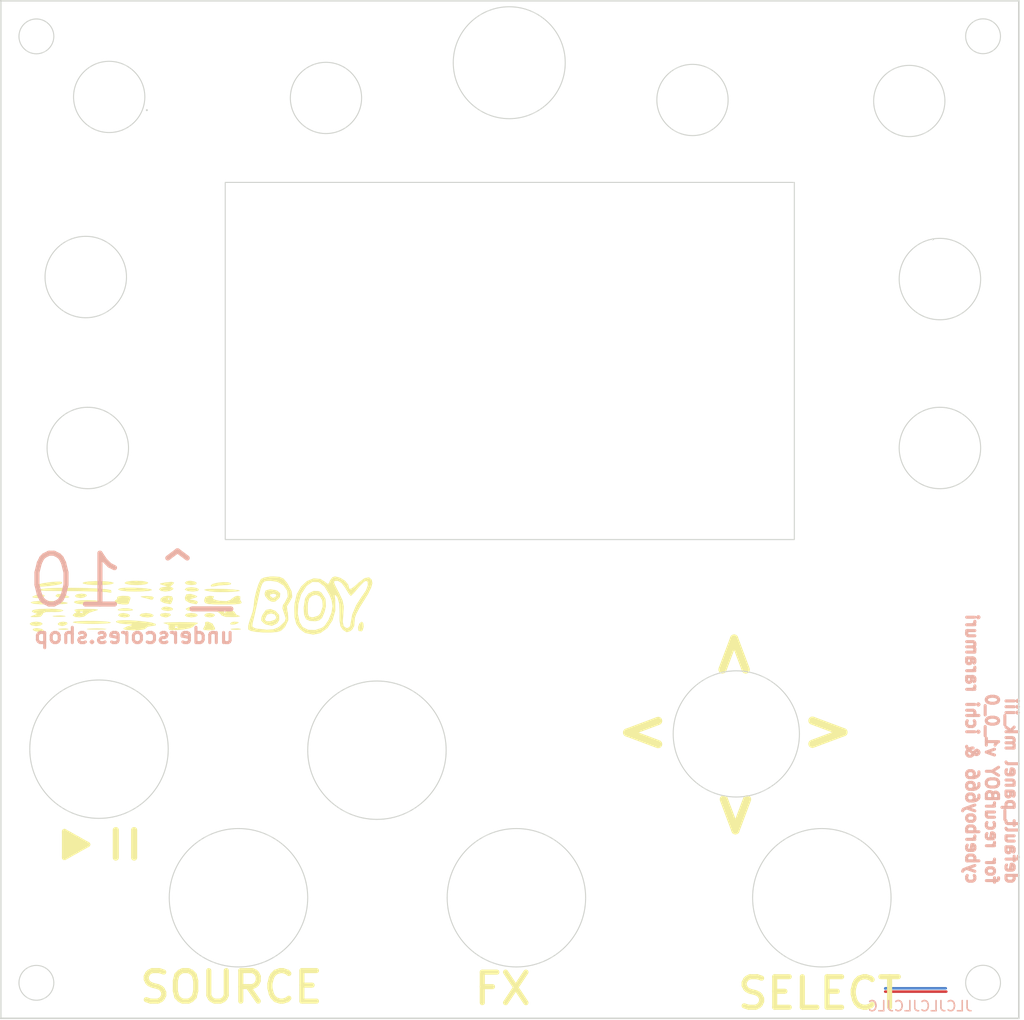
<source format=kicad_pcb>
(kicad_pcb (version 20240108) (generator "pcbnew") (generator_version "8.0")
  (layers (0 "F.Cu" signal) (31 "B.Cu" signal) (34 "B.Paste" user) (35 "F.Paste" user) (36 "B.SilkS" user "B.Silkscreen") (37 "F.SilkS" user "F.Silkscreen") (38 "B.Mask" user) (39 "F.Mask" user) (44 "Edge.Cuts" user))
  (net 0 "")
  (footprint "custom_new:logo" (layer "F.Cu") (at 101.85 104.5)
    (property "Reference" "G***" (hide yes))
    (property "Value" "LOGO" (hide yes))
    (fp_poly (pts (xy -16.188091 1.980744) (xy -15.981704 2.115257) (xy -16.055147 2.256906) (xy -16.409451 2.279358) (xy -16.862012 2.188968) (xy -17.068563 2.069101) (xy -16.969078 1.947547) (xy -16.640817 1.905) (xy -16.188091 1.980744)) (stroke (width 0.01)) (fill solid) (layer "F.SilkS"))
    (fp_poly (pts (xy -13.914173 0.697667) (xy -13.829 0.747243) (xy -14.106324 0.779196) (xy -14.499166 0.786127) (xy -14.979423 0.770287) (xy -15.119895 0.732358) (xy -14.972506 0.694778) (xy -14.346525 0.659958) (xy -13.914173 0.697667)) (stroke (width 0.01)) (fill solid) (layer "F.SilkS"))
    (fp_poly (pts (xy -13.703214 1.33719) (xy -13.6525 1.481666) (xy -13.951049 1.65948) (xy -14.194158 1.693333) (xy -14.531269 1.602285) (xy -14.605 1.481666) (xy -14.423485 1.323901) (xy -14.063341 1.27) (xy -13.703214 1.33719)) (stroke (width 0.01)) (fill solid) (layer "F.SilkS"))
    (fp_poly (pts (xy -13.597115 1.971234) (xy -13.547636 2.028449) (xy -13.851602 2.060553) (xy -14.075833 2.063287) (xy -14.485743 2.042447) (xy -14.547933 1.99464) (xy -14.443782 1.966963) (xy -13.892257 1.932884) (xy -13.597115 1.971234)) (stroke (width 0.01)) (fill solid) (layer "F.SilkS"))
    (fp_poly (pts (xy 0.715288 0.495789) (xy 0.846667 0.635) (xy 0.665527 0.794114) (xy 0.3175 0.846666) (xy -0.080287 0.77421) (xy -0.211666 0.635) (xy -0.030526 0.475885) (xy 0.3175 0.423333) (xy 0.715288 0.495789)) (stroke (width 0.01)) (fill solid) (layer "F.SilkS"))
    (fp_poly (pts (xy 3.096222 1.304143) (xy 3.175 1.351146) (xy 3.000475 1.462333) (xy 2.751667 1.542996) (xy 2.414147 1.554867) (xy 2.328334 1.46185) (xy 2.50579 1.305918) (xy 2.751667 1.27) (xy 3.096222 1.304143)) (stroke (width 0.01)) (fill solid) (layer "F.SilkS"))
    (fp_poly (pts (xy 3.336218 1.971234) (xy 3.385697 2.028449) (xy 3.081732 2.060553) (xy 2.8575 2.063287) (xy 2.44759 2.042447) (xy 2.3854 1.99464) (xy 2.489551 1.966963) (xy 3.041077 1.932884) (xy 3.336218 1.971234)) (stroke (width 0.01)) (fill solid) (layer "F.SilkS"))
    (fp_poly (pts (xy -14.210802 -1.437694) (xy -13.6525 -1.27) (xy -13.453779 -1.151785) (xy -13.60486 -1.092633) (xy -14.022916 -1.073211) (xy -14.532944 -1.113451) (xy -14.80351 -1.23188) (xy -14.816666 -1.27) (xy -14.644021 -1.438905) (xy -14.210802 -1.437694)) (stroke (width 0.01)) (fill solid) (layer "F.SilkS"))
    (fp_poly (pts (xy 15.416534 1.43594) (xy 15.440837 1.792666) (xy 15.337354 2.128532) (xy 15.254626 2.21346) (xy 14.981129 2.191733) (xy 14.936439 2.13922) (xy 14.897837 1.797744) (xy 15.038245 1.43212) (xy 15.262646 1.27) (xy 15.416534 1.43594)) (stroke (width 0.01)) (fill solid) (layer "F.SilkS"))
    (fp_poly (pts (xy -15.998659 -1.371568) (xy -15.875 -1.27414) (xy -16.059687 -1.12576) (xy -16.507991 -1.058666) (xy -16.545278 -1.058334) (xy -16.969036 -1.089028) (xy -17.107683 -1.163886) (xy -17.100415 -1.173475) (xy -16.795986 -1.320154) (xy -16.366259 -1.391317) (xy -15.998659 -1.371568)) (stroke (width 0.01)) (fill solid) (layer "F.SilkS"))
    (fp_poly (pts (xy -11.841033 -1.424342) (xy -11.743325 -1.277262) (xy -11.7475 -1.27) (xy -12.039268 -1.106153) (xy -12.394992 -1.058334) (xy -12.786763 -1.132383) (xy -12.911666 -1.27) (xy -12.727454 -1.417507) (xy -12.282406 -1.481584) (xy -12.264175 -1.481667) (xy -11.841033 -1.424342)) (stroke (width 0.01)) (fill solid) (layer "F.SilkS"))
    (fp_poly (pts (xy -10.00125 1.962474) (xy -9.81508 2.000333) (xy -10.00805 2.029145) (xy -10.535987 2.044287) (xy -10.795 2.045503) (xy -11.430988 2.03631) (xy -11.747653 2.011811) (xy -11.700824 1.976628) (xy -11.58875 1.962474) (xy -10.793956 1.928224) (xy -10.00125 1.962474)) (stroke (width 0.01)) (fill solid) (layer "F.SilkS"))
    (fp_poly (pts (xy -7.713476 0.501377) (xy -7.514166 0.635) (xy -7.596878 0.784907) (xy -8.00869 0.846564) (xy -8.030841 0.846666) (xy -8.482066 0.786447) (xy -8.678078 0.64096) (xy -8.678333 0.635) (xy -8.497582 0.474502) (xy -8.161658 0.423333) (xy -7.713476 0.501377)) (stroke (width 0.01)) (fill solid) (layer "F.SilkS"))
    (fp_poly (pts (xy -7.698858 -0.043096) (xy -7.313053 0.03253) (xy -7.196666 0.130508) (xy -7.385305 0.17697) (xy -7.859671 0.197836) (xy -8.09625 0.196789) (xy -8.60971 0.166303) (xy -8.720692 0.094082) (xy -8.587046 0.02181) (xy -8.183575 -0.051365) (xy -7.698858 -0.043096)) (stroke (width 0.01)) (fill solid) (layer "F.SilkS"))
    (fp_poly (pts (xy -5.450337 0.48858) (xy -5.185833 0.635) (xy -5.275258 0.77903) (xy -5.706475 0.845104) (xy -5.808341 0.846666) (xy -6.302949 0.794322) (xy -6.553891 0.665346) (xy -6.561666 0.635) (xy -6.378025 0.485245) (xy -5.939158 0.423333) (xy -5.450337 0.48858)) (stroke (width 0.01)) (fill solid) (layer "F.SilkS"))
    (fp_poly (pts (xy -3.591408 0.479696) (xy -3.486884 0.624925) (xy -3.4925 0.635) (xy -3.791927 0.814663) (xy -4.021666 0.846666) (xy -4.421653 0.746564) (xy -4.550833 0.635) (xy -4.467278 0.485837) (xy -4.052958 0.423529) (xy -4.021666 0.423333) (xy -3.591408 0.479696)) (stroke (width 0.01)) (fill solid) (layer "F.SilkS"))
    (fp_poly (pts (xy -3.480143 -0.133623) (xy -3.280833 0) (xy -3.363545 0.149907) (xy -3.775357 0.211564) (xy -3.797508 0.211666) (xy -4.248733 0.151447) (xy -4.444745 0.00596) (xy -4.445 0) (xy -4.264248 -0.160498) (xy -3.928325 -0.211667) (xy -3.480143 -0.133623)) (stroke (width 0.01)) (fill solid) (layer "F.SilkS"))
    (fp_poly (pts (xy -1.15181 -2.673623) (xy -0.9525 -2.54) (xy -1.035211 -2.390093) (xy -1.447023 -2.328436) (xy -1.469175 -2.328334) (xy -1.920399 -2.388553) (xy -2.116411 -2.53404) (xy -2.116666 -2.54) (xy -1.935915 -2.700498) (xy -1.599992 -2.751667) (xy -1.15181 -2.673623)) (stroke (width 0.01)) (fill solid) (layer "F.SilkS"))
    (fp_poly (pts (xy -1.005337 -2.05142) (xy -0.740833 -1.905) (xy -0.830258 -1.76097) (xy -1.261475 -1.694896) (xy -1.363341 -1.693334) (xy -1.857949 -1.745678) (xy -2.108891 -1.874654) (xy -2.116666 -1.905) (xy -1.933025 -2.054755) (xy -1.494158 -2.116667) (xy -1.005337 -2.05142)) (stroke (width 0.01)) (fill solid) (layer "F.SilkS"))
    (fp_poly (pts (xy -0.817083 -0.149225) (xy -0.635 0) (xy -0.821293 0.138973) (xy -1.280321 0.209481) (xy -1.388325 0.211666) (xy -1.869946 0.161529) (xy -2.023132 0.028893) (xy -2.010833 0) (xy -1.724693 -0.152499) (xy -1.257508 -0.211667) (xy -0.817083 -0.149225)) (stroke (width 0.01)) (fill solid) (layer "F.SilkS"))
    (fp_poly (pts (xy -16.275812 1.33131) (xy -16.086715 1.479033) (xy -16.086666 1.481666) (xy -16.270598 1.630284) (xy -16.713766 1.693317) (xy -16.721666 1.693333) (xy -17.167521 1.632022) (xy -17.356618 1.4843) (xy -17.356666 1.481666) (xy -17.172735 1.333048) (xy -16.729567 1.270016) (xy -16.721666 1.27) (xy -16.275812 1.33131)) (stroke (width 0.01)) (fill solid) (layer "F.SilkS"))
    (fp_poly (pts (xy -10.935118 -0.82159) (xy -10.562063 -0.757676) (xy -10.565176 -0.647465) (xy -10.583333 -0.635) (xy -10.990433 -0.503438) (xy -11.595561 -0.439124) (xy -12.241286 -0.442059) (xy -12.770176 -0.512242) (xy -13.0175 -0.635) (xy -12.900106 -0.753824) (xy -12.399287 -0.824951) (xy -11.707075 -0.843426) (xy -10.935118 -0.82159)) (stroke (width 0.01)) (fill solid) (layer "F.SilkS"))
    (fp_poly (pts (xy -6.241629 -2.716871) (xy -5.818775 -2.627111) (xy -5.715 -2.54) (xy -5.90638 -2.424085) (xy -6.400061 -2.347202) (xy -6.879166 -2.328334) (xy -7.516704 -2.36313) (xy -7.939558 -2.45289) (xy -8.043333 -2.54) (xy -7.851953 -2.655916) (xy -7.358272 -2.732799) (xy -6.879166 -2.751667) (xy -6.241629 -2.716871)) (stroke (width 0.01)) (fill solid) (layer "F.SilkS"))
    (fp_poly (pts (xy -5.348323 -1.21481) (xy -5.172216 -1.095625) (xy -5.185833 -1.058334) (xy -5.336805 -0.875114) (xy -5.357075 -0.87171) (xy -5.56702 -0.935441) (xy -6.017804 -1.054591) (xy -6.0325 -1.058334) (xy -6.421237 -1.163863) (xy -6.448518 -1.214112) (xy -6.088153 -1.237626) (xy -5.861258 -1.244957) (xy -5.348323 -1.21481)) (stroke (width 0.01)) (fill solid) (layer "F.SilkS"))
    (fp_poly (pts (xy -1.035812 0.484643) (xy -0.846715 0.632366) (xy -0.846666 0.635) (xy -1.030598 0.783618) (xy -1.473766 0.84665) (xy -1.481666 0.846666) (xy -1.927521 0.785356) (xy -2.116618 0.637633) (xy -2.116666 0.635) (xy -1.932735 0.486381) (xy -1.489567 0.423349) (xy -1.481666 0.423333) (xy -1.035812 0.484643)) (stroke (width 0.01)) (fill solid) (layer "F.SilkS"))
    (fp_poly (pts (xy -14.199305 -2.619232) (xy -14.169335 -2.502754) (xy -14.409104 -2.402858) (xy -14.977213 -2.302238) (xy -15.504583 -2.23377) (xy -16.212826 -2.179943) (xy -16.636322 -2.216083) (xy -16.721666 -2.286892) (xy -16.533767 -2.393782) (xy -16.064079 -2.503283) (xy -15.453613 -2.596815) (xy -14.843384 -2.655801) (xy -14.374405 -2.661659) (xy -14.199305 -2.619232)) (stroke (width 0.01)) (fill solid) (layer "F.SilkS"))
    (fp_poly (pts (xy 0.587431 1.452735) (xy 0.832814 1.887827) (xy 0.846667 2.028145) (xy 0.661804 2.089395) (xy 0.21406 2.116585) (xy 0.185749 2.116666) (xy -0.244931 2.082709) (xy -0.319678 1.952337) (xy -0.23942 1.832608) (xy -0.105147 1.523963) (xy -0.142947 1.409274) (xy -0.084906 1.299707) (xy 0.153743 1.27) (xy 0.587431 1.452735)) (stroke (width 0.01)) (fill solid) (layer "F.SilkS"))
    (fp_poly (pts (xy 2.127538 -2.601318) (xy 2.423584 -2.508352) (xy 2.379556 -2.391088) (xy 1.998342 -2.331174) (xy 1.858812 -2.328334) (xy 1.248521 -2.293887) (xy 0.78679 -2.209943) (xy 0.758145 -2.199855) (xy 0.475336 -2.190242) (xy 0.423334 -2.283455) (xy 0.608562 -2.434762) (xy 1.059293 -2.549975) (xy 1.618095 -2.611394) (xy 2.127538 -2.601318)) (stroke (width 0.01)) (fill solid) (layer "F.SilkS"))
    (fp_poly (pts (xy -6.985521 -2.065257) (xy -6.018435 -2.008487) (xy -5.470659 -1.925871) (xy -5.34222 -1.835453) (xy -5.633142 -1.755277) (xy -6.343451 -1.703388) (xy -6.985 -1.693334) (xy -7.831189 -1.718328) (xy -8.419772 -1.786855) (xy -8.673829 -1.889232) (xy -8.678333 -1.906507) (xy -8.477844 -2.010893) (xy -7.916662 -2.066403) (xy -7.055218 -2.067369) (xy -6.985521 -2.065257)) (stroke (width 0.01)) (fill solid) (layer "F.SilkS"))
    (fp_poly (pts (xy -14.958324 -0.747649) (xy -14.263359 -0.697866) (xy -13.768381 -0.621927) (xy -13.609279 -0.556502) (xy -13.744967 -0.498906) (xy -14.218959 -0.453849) (xy -14.946274 -0.42755) (xy -15.428881 -0.423334) (xy -16.398758 -0.44435) (xy -17.01882 -0.504953) (xy -17.257166 -0.601474) (xy -17.252065 -0.633008) (xy -17.000149 -0.713955) (xy -16.45102 -0.758304) (xy -15.728978 -0.768665) (xy -14.958324 -0.747649)) (stroke (width 0.01)) (fill solid) (layer "F.SilkS"))
    (fp_poly (pts (xy -9.930193 -2.695273) (xy -9.368976 -2.633618) (xy -9.108604 -2.543914) (xy -9.101666 -2.525498) (xy -9.291265 -2.425117) (xy -9.774858 -2.361017) (xy -10.424642 -2.333461) (xy -11.112813 -2.342706) (xy -11.711568 -2.389015) (xy -12.093104 -2.472647) (xy -12.158023 -2.519273) (xy -12.023401 -2.612128) (xy -11.55385 -2.681334) (xy -10.837608 -2.715049) (xy -10.688848 -2.716437) (xy -9.930193 -2.695273)) (stroke (width 0.01)) (fill solid) (layer "F.SilkS"))
    (fp_poly (pts (xy -10.976838 1.201644) (xy -10.251318 1.228347) (xy -9.681586 1.276027) (xy -9.383311 1.343768) (xy -9.371822 1.352621) (xy -9.509142 1.408606) (xy -9.984293 1.452337) (xy -10.711817 1.477726) (xy -11.183055 1.481666) (xy -12.030435 1.465627) (xy -12.69019 1.422613) (xy -13.068743 1.36028) (xy -13.123395 1.322916) (xy -12.931423 1.256553) (xy -12.43256 1.214831) (xy -11.742475 1.196833) (xy -10.976838 1.201644)) (stroke (width 0.01)) (fill solid) (layer "F.SilkS"))
    (fp_poly (pts (xy 1.916963 -1.934389) (xy 2.625776 -1.891693) (xy 3.17075 -1.828421) (xy 3.175 -1.827685) (xy 3.289007 -1.772038) (xy 3.073049 -1.71781) (xy 2.620454 -1.672228) (xy 2.024551 -1.64252) (xy 1.378668 -1.635911) (xy 0.899584 -1.651479) (xy 0.278598 -1.713803) (xy -0.124735 -1.805276) (xy -0.211666 -1.870065) (xy -0.020002 -1.924347) (xy 0.476824 -1.952183) (xy 1.161563 -1.955042) (xy 1.916963 -1.934389)) (stroke (width 0.01)) (fill solid) (layer "F.SilkS"))
    (fp_poly (pts (xy -7.632301 -1.234186) (xy -7.461671 -1.098005) (xy -7.491521 -0.935189) (xy -7.603591 -0.597769) (xy -7.62 -0.511855) (xy -7.795277 -0.425965) (xy -8.198993 -0.422601) (xy -8.647971 -0.48537) (xy -8.959038 -0.597876) (xy -8.995833 -0.635) (xy -8.972028 -0.829734) (xy -8.89 -0.846667) (xy -8.751969 -0.975605) (xy -8.784166 -1.058334) (xy -8.693424 -1.201221) (xy -8.258541 -1.26798) (xy -8.139012 -1.27) (xy -7.632301 -1.234186)) (stroke (width 0.01)) (fill solid) (layer "F.SilkS"))
    (fp_poly (pts (xy -1.128562 -1.332662) (xy -0.8981 -1.210952) (xy -1.031386 -1.108651) (xy -1.27 -1.036261) (xy -1.624478 -0.927752) (xy -1.583128 -0.883635) (xy -1.322916 -0.867766) (xy -0.950755 -0.771307) (xy -0.846666 -0.635) (xy -0.965552 -0.451722) (xy -1.005416 -0.452159) (xy -1.322151 -0.511767) (xy -1.640416 -0.572714) (xy -2.037866 -0.807582) (xy -2.116666 -1.073055) (xy -1.969297 -1.414828) (xy -1.527255 -1.45273) (xy -1.128562 -1.332662)) (stroke (width 0.01)) (fill solid) (layer "F.SilkS"))
    (fp_poly (pts (xy -3.39167 -1.217346) (xy -3.295127 -1.002362) (xy -3.325336 -0.846667) (xy -3.469304 -0.517545) (xy -3.570103 -0.452159) (xy -3.865429 -0.511741) (xy -4.168713 -0.57118) (xy -4.501967 -0.742186) (xy -4.503989 -0.9525) (xy -3.81 -0.9525) (xy -3.704166 -0.846667) (xy -3.598333 -0.9525) (xy -3.704166 -1.058334) (xy -3.81 -0.9525) (xy -4.503989 -0.9525) (xy -4.504301 -0.984943) (xy -4.229734 -1.195038) (xy -3.80717 -1.27) (xy -3.39167 -1.217346)) (stroke (width 0.01)) (fill solid) (layer "F.SilkS"))
    (fp_poly (pts (xy -3.16948 -2.569254) (xy -3.304778 -2.379749) (xy -3.392796 -2.320066) (xy -3.57299 -2.158683) (xy -3.427091 -2.119908) (xy -3.251726 -1.998876) (xy -3.280833 -1.905) (xy -3.566974 -1.752502) (xy -4.034158 -1.693334) (xy -4.474583 -1.755776) (xy -4.656666 -1.905) (xy -4.47673 -2.078377) (xy -4.180416 -2.137766) (xy -3.86717 -2.162643) (xy -3.938884 -2.222707) (xy -4.233333 -2.311946) (xy -4.550031 -2.418009) (xy -4.521067 -2.488933) (xy -4.112106 -2.568729) (xy -4.021666 -2.583259) (xy -3.415976 -2.640244) (xy -3.16948 -2.569254)) (stroke (width 0.01)) (fill solid) (layer "F.SilkS"))
    (fp_poly (pts (xy 6.921599 -1.797749) (xy 7.239851 -1.523871) (xy 7.220237 -1.155186) (xy 7.083021 -0.974926) (xy 6.728073 -0.689997) (xy 6.400265 -0.701308) (xy 6.085417 -0.863621) (xy 5.775772 -1.230922) (xy 5.766683 -1.27) (xy 6.244167 -1.27) (xy 6.50504 -1.066585) (xy 6.561667 -1.058334) (xy 6.835782 -1.211578) (xy 6.879167 -1.27) (xy 6.812688 -1.435071) (xy 6.561667 -1.481667) (xy 6.261209 -1.402113) (xy 6.244167 -1.27) (xy 5.766683 -1.27) (xy 5.715 -1.492185) (xy 5.825055 -1.800613) (xy 6.222026 -1.903157) (xy 6.324083 -1.905) (xy 6.921599 -1.797749)) (stroke (width 0.01)) (fill solid) (layer "F.SilkS"))
    (fp_poly (pts (xy 6.787249 0.219113) (xy 7.136889 0.605698) (xy 7.149496 1.106673) (xy 6.942667 1.439333) (xy 6.435322 1.678166) (xy 5.834534 1.545247) (xy 5.633971 1.420144) (xy 5.391451 1.163733) (xy 5.398328 1.066904) (xy 5.731922 1.066904) (xy 5.905726 1.236073) (xy 6.297084 1.231142) (xy 6.742075 1.077834) (xy 6.879167 0.849565) (xy 6.713761 0.5603) (xy 6.350947 0.453997) (xy 5.990831 0.568035) (xy 5.902355 0.66709) (xy 5.731922 1.066904) (xy 5.398328 1.066904) (xy 5.415023 0.831865) (xy 5.521657 0.573478) (xy 5.853981 0.11172) (xy 6.301309 0.029214) (xy 6.787249 0.219113)) (stroke (width 0.01)) (fill solid) (layer "F.SilkS"))
    (fp_poly (pts (xy -14.801956 0.022159) (xy -14.274685 0.080875) (xy -14.056615 0.164508) (xy -14.059427 0.185121) (xy -14.321505 0.284937) (xy -14.850456 0.32204) (xy -15.130253 0.313601) (xy -15.760099 0.315609) (xy -16.048236 0.430992) (xy -16.086666 0.551813) (xy -16.278956 0.774783) (xy -16.774583 0.825567) (xy -17.215248 0.803164) (xy -17.261761 0.752357) (xy -16.943251 0.638178) (xy -16.933333 0.635) (xy -16.632244 0.506135) (xy -16.748846 0.446161) (xy -16.774583 0.444432) (xy -17.089242 0.326179) (xy -17.145 0.211666) (xy -16.947887 0.105234) (xy -16.413742 0.030976) (xy -15.628351 0.000243) (xy -15.545008 0) (xy -14.801956 0.022159)) (stroke (width 0.01)) (fill solid) (layer "F.SilkS"))
    (fp_poly (pts (xy -12.644411 -2.048484) (xy -11.597632 -2.022084) (xy -10.657107 -1.979454) (xy -9.913207 -1.922481) (xy -9.456301 -1.853052) (xy -9.363101 -1.813657) (xy -9.340512 -1.596372) (xy -9.348611 -1.5875) (xy -9.564853 -1.592816) (xy -9.575342 -1.602564) (xy -9.816132 -1.642335) (xy -10.41028 -1.678434) (xy -11.287811 -1.708402) (xy -12.378752 -1.729778) (xy -13.473536 -1.739589) (xy -14.789872 -1.748712) (xy -15.714052 -1.76478) (xy -16.277231 -1.79035) (xy -16.510564 -1.827979) (xy -16.445205 -1.880225) (xy -16.11231 -1.949643) (xy -16.086666 -1.954042) (xy -15.518572 -2.011433) (xy -14.695251 -2.045045) (xy -13.707074 -2.056766) (xy -12.644411 -2.048484)) (stroke (width 0.01)) (fill solid) (layer "F.SilkS"))
    (fp_poly (pts (xy -7.506992 1.139078) (xy -6.729435 1.186909) (xy -5.979922 1.265199) (xy -5.370247 1.366685) (xy -5.012202 1.4841) (xy -4.98475 1.504794) (xy -4.999688 1.643532) (xy -5.355167 1.693333) (xy -5.772771 1.760872) (xy -5.926666 1.905) (xy -6.118412 2.019141) (xy -6.61461 2.095991) (xy -7.133167 2.116666) (xy -7.799087 2.087361) (xy -8.132252 2.006157) (xy -8.138583 1.922923) (xy -7.786563 1.737489) (xy -7.408333 1.634248) (xy -7.275818 1.575944) (xy -7.522856 1.529488) (xy -7.884583 1.510491) (xy -8.484445 1.449359) (xy -8.840722 1.325706) (xy -8.89 1.250998) (xy -8.699068 1.163858) (xy -8.200801 1.128972) (xy -7.506992 1.139078)) (stroke (width 0.01)) (fill solid) (layer "F.SilkS"))
    (fp_poly (pts (xy 1.283957 -0.053851) (xy 1.955396 0.027142) (xy 2.484498 0.145653) (xy 2.743515 0.290118) (xy 2.751667 0.320839) (xy 2.931554 0.577953) (xy 3.227917 0.697286) (xy 3.311151 0.751611) (xy 3.032217 0.796888) (xy 2.615563 0.817841) (xy 1.891822 0.794482) (xy 1.505514 0.663648) (xy 1.405123 0.529166) (xy 1.128194 0.3175) (xy 1.693334 0.3175) (xy 1.799167 0.423333) (xy 1.905 0.3175) (xy 1.799167 0.211666) (xy 1.693334 0.3175) (xy 1.128194 0.3175) (xy 1.094217 0.291531) (xy 0.398871 0.211678) (xy 0.387643 0.211666) (xy -0.109039 0.177932) (xy -0.326541 0.092699) (xy -0.306916 0.043934) (xy 0.025054 -0.05702) (xy 0.597928 -0.085761) (xy 1.283957 -0.053851)) (stroke (width 0.01)) (fill solid) (layer "F.SilkS"))
    (fp_poly (pts (xy 3.328581 -1.210215) (xy 3.317948 -1.130726) (xy 3.312012 -0.876212) (xy 3.414421 -0.707392) (xy 3.459786 -0.57182) (xy 3.28292 -0.486234) (xy 2.822662 -0.440386) (xy 2.017848 -0.424026) (xy 1.719251 -0.423334) (xy 0.806869 -0.43023) (xy 0.237688 -0.462621) (xy -0.068351 -0.538057) (xy -0.191304 -0.674092) (xy -0.211666 -0.846667) (xy -0.102002 -1.16607) (xy 0.294306 -1.266065) (xy 0.370417 -1.266759) (xy 0.73542 -1.224516) (xy 0.693869 -1.100179) (xy 0.671225 -1.085201) (xy 0.646053 -0.94441) (xy 1.043454 -0.821637) (xy 1.306225 -0.779555) (xy 1.983218 -0.740324) (xy 2.370813 -0.871749) (xy 2.457502 -0.961113) (xy 2.85634 -1.229834) (xy 3.074863 -1.27) (xy 3.328581 -1.210215)) (stroke (width 0.01)) (fill solid) (layer "F.SilkS"))
    (fp_poly (pts (xy -1.799152 1.323103) (xy -1.177429 1.347549) (xy -0.85316 1.387497) (xy -0.846666 1.424282) (xy -1.215553 1.658052) (xy -1.303435 1.758958) (xy -1.576326 1.892676) (xy -2.133245 2.012327) (xy -2.629879 2.071223) (xy -3.302003 2.111136) (xy -3.637451 2.074977) (xy -3.718865 1.944841) (xy -3.691059 1.841334) (xy -3.699222 1.763888) (xy -3.104444 1.763888) (xy -3.075389 1.889724) (xy -2.963333 1.905) (xy -2.789108 1.827554) (xy -2.822222 1.763888) (xy -3.073421 1.738556) (xy -3.104444 1.763888) (xy -3.699222 1.763888) (xy -3.718931 1.576908) (xy -4.102486 1.433076) (xy -4.163782 1.423212) (xy -4.222687 1.385243) (xy -3.916908 1.352254) (xy -3.305096 1.328294) (xy -2.645833 1.318424) (xy -1.799152 1.323103)) (stroke (width 0.01)) (fill solid) (layer "F.SilkS"))
    (fp_poly (pts (xy -11.7475 0.024907) (xy -11.017535 0.040839) (xy -10.674021 0.071666) (xy -10.68011 0.126832) (xy -10.998956 0.215783) (xy -11.000975 0.216258) (xy -11.510036 0.389886) (xy -11.798344 0.589885) (xy -11.812364 0.617925) (xy -12.03867 0.77659) (xy -12.455985 0.840801) (xy -12.876987 0.808119) (xy -13.114349 0.676103) (xy -13.123333 0.635) (xy -12.955904 0.436148) (xy -12.85875 0.420092) (xy -12.748563 0.346915) (xy -12.826579 0.282222) (xy -12.417778 0.282222) (xy -12.388722 0.408057) (xy -12.276666 0.423333) (xy -12.102441 0.345887) (xy -12.135555 0.282222) (xy -12.386754 0.256889) (xy -12.417778 0.282222) (xy -12.826579 0.282222) (xy -12.911666 0.211666) (xy -12.941421 0.099809) (xy -12.590581 0.038264) (xy -11.839826 0.023932) (xy -11.7475 0.024907)) (stroke (width 0.01)) (fill solid) (layer "F.SilkS"))
    (fp_poly (pts (xy 11.038826 -1.732903) (xy 11.312815 -1.568614) (xy 11.69243 -0.978521) (xy 11.737616 -0.250973) (xy 11.593307 0.339831) (xy 11.359246 0.892371) (xy 11.056561 1.15003) (xy 10.688125 1.226625) (xy 10.146421 1.189868) (xy 9.788542 1.025541) (xy 9.596954 0.58459) (xy 9.559022 -0.098387) (xy 9.948334 -0.098387) (xy 9.970981 0.486746) (xy 10.080734 0.762857) (xy 10.340312 0.843555) (xy 10.470053 0.846666) (xy 10.977947 0.685556) (xy 11.210886 0.437248) (xy 11.423967 -0.213782) (xy 11.391116 -0.794768) (xy 11.156551 -1.213895) (xy 10.764489 -1.379349) (xy 10.385197 -1.277242) (xy 10.094551 -1.014496) (xy 9.967052 -0.553669) (xy 9.948334 -0.098387) (xy 9.559022 -0.098387) (xy 9.558333 -0.110783) (xy 9.677995 -0.918245) (xy 9.711198 -1.044803) (xy 10.013502 -1.494589) (xy 10.511655 -1.742143) (xy 11.038826 -1.732903)) (stroke (width 0.01)) (fill solid) (layer "F.SilkS"))
    (fp_poly (pts (xy 7.169767 -3.135309) (xy 7.563334 -2.967646) (xy 7.895336 -2.578174) (xy 7.990417 -2.434516) (xy 8.371192 -1.710207) (xy 8.429456 -1.152509) (xy 8.172496 -0.662618) (xy 8.125096 -0.608402) (xy 7.904036 -0.227926) (xy 7.953178 0.245938) (xy 8.000948 0.392731) (xy 8.044044 1.110773) (xy 7.718316 1.790601) (xy 7.314769 2.166342) (xy 6.939079 2.280885) (xy 6.323833 2.333808) (xy 5.601081 2.330496) (xy 4.902872 2.276335) (xy 4.361254 2.176711) (xy 4.108274 2.037009) (xy 4.107693 2.035541) (xy 4.111426 1.755017) (xy 4.510716 1.755017) (xy 4.769852 1.917987) (xy 5.00659 1.963081) (xy 5.916232 2.065161) (xy 6.546288 2.032043) (xy 7.024226 1.844804) (xy 7.329128 1.618286) (xy 7.703075 1.252973) (xy 7.791141 0.941935) (xy 7.645132 0.484141) (xy 7.630515 0.448717) (xy 7.467455 -0.051216) (xy 7.526132 -0.379704) (xy 7.697916 -0.604153) (xy 7.994736 -1.184401) (xy 7.936248 -1.7767) (xy 7.578521 -2.293194) (xy 6.977624 -2.646031) (xy 6.327367 -2.751667) (xy 5.944606 -2.745129) (xy 5.681148 -2.67712) (xy 5.493111 -2.475053) (xy 5.336611 -2.06634) (xy 5.167766 -1.37839) (xy 4.983764 -0.529167) (xy 4.805202 0.280661) (xy 4.643734 0.978529) (xy 4.534487 1.412713) (xy 4.510716 1.755017) (xy 4.111426 1.755017) (xy 4.112623 1.665115) (xy 4.264577 1.108842) (xy 4.326002 0.951358) (xy 4.543655 0.29819) (xy 4.653469 -0.290256) (xy 4.656667 -0.371709) (xy 4.72427 -0.974695) (xy 4.893794 -1.716245) (xy 5.115306 -2.414748) (xy 5.338876 -2.888591) (xy 5.354644 -2.910417) (xy 5.672931 -3.068852) (xy 6.244008 -3.161879) (xy 6.534668 -3.17238) (xy 7.169767 -3.135309)) (stroke (width 0.01)) (fill solid) (layer "F.SilkS"))
    (fp_poly (pts (xy 13.138804 -3.04619) (xy 13.625781 -2.737139) (xy 13.933127 -2.36392) (xy 13.97 -2.210498) (xy 14.034215 -1.951432) (xy 14.256623 -1.980559) (xy 14.681871 -2.314143) (xy 14.951388 -2.568) (xy 15.525906 -2.999449) (xy 15.97293 -3.090941) (xy 16.242086 -2.845254) (xy 16.297829 -2.493727) (xy 16.182181 -2.081164) (xy 15.879359 -1.462253) (xy 15.454712 -0.770412) (xy 15.451162 -0.765182) (xy 15.021793 -0.078596) (xy 14.706505 0.528504) (xy 14.572947 0.925708) (xy 14.57276 0.928152) (xy 14.535615 1.440739) (xy 14.518766 1.670944) (xy 14.3374 2.019448) (xy 14.131644 2.196523) (xy 13.765047 2.300713) (xy 13.395177 2.055891) (xy 13.169864 1.70452) (xy 13.076832 1.167233) (xy 13.083644 0.471979) (xy 13.059572 -0.479743) (xy 12.883481 -1.089396) (xy 12.847635 -1.143926) (xy 12.652277 -1.379129) (xy 12.600979 -1.290271) (xy 12.649849 -0.880741) (xy 12.655476 0.186505) (xy 12.38234 1.139094) (xy 11.879235 1.899791) (xy 11.194954 2.391361) (xy 10.48879 2.54) (xy 9.685143 2.374996) (xy 9.197879 2.020454) (xy 8.83591 1.506911) (xy 8.656808 0.821211) (xy 8.651064 0.493335) (xy 8.97294 0.493335) (xy 9.144811 1.307904) (xy 9.446876 1.796637) (xy 9.987795 2.072293) (xy 10.678756 2.096227) (xy 11.338776 1.880596) (xy 11.637062 1.649512) (xy 11.986248 1.125146) (xy 12.265296 0.459828) (xy 12.289127 0.377058) (xy 12.394615 -0.235476) (xy 12.311111 -0.799273) (xy 12.093729 -1.360185) (xy 11.586599 -2.196491) (xy 11.014208 -2.623414) (xy 10.418541 -2.641091) (xy 9.841586 -2.249664) (xy 9.325331 -1.449269) (xy 9.280485 -1.350872) (xy 9.015719 -0.43919) (xy 8.97294 0.493335) (xy 8.651064 0.493335) (xy 8.640056 -0.13498) (xy 8.666586 -0.52577) (xy 8.879026 -1.440665) (xy 9.307565 -2.189716) (xy 9.881705 -2.72192) (xy 10.530952 -2.986274) (xy 11.184808 -2.931773) (xy 11.621781 -2.66383) (xy 11.918926 -2.434581) (xy 12.058387 -2.527433) (xy 12.093466 -2.642587) (xy 12.525168 -2.642587) (xy 12.602606 -2.37902) (xy 12.863974 -1.863019) (xy 13.033823 -1.545784) (xy 13.367949 -0.827804) (xy 13.490358 -0.221249) (xy 13.448947 0.483179) (xy 13.38956 1.264429) (xy 13.475677 1.710657) (xy 13.728226 1.891429) (xy 13.876659 1.905) (xy 14.118384 1.720164) (xy 14.181667 1.369034) (xy 14.327043 0.562477) (xy 14.71359 -0.355023) (xy 15.266932 -1.212195) (xy 15.342938 -1.305161) (xy 15.688235 -1.828188) (xy 15.861976 -2.31752) (xy 15.838333 -2.659744) (xy 15.672357 -2.751667) (xy 15.428294 -2.599518) (xy 15.050259 -2.216001) (xy 14.878607 -2.01084) (xy 14.500339 -1.564879) (xy 14.233065 -1.300885) (xy 14.176884 -1.270007) (xy 14.016733 -1.43763) (xy 13.753496 -1.855364) (xy 13.667303 -2.010834) (xy 13.297427 -2.518493) (xy 12.923046 -2.748001) (xy 12.878336 -2.751667) (xy 12.620723 -2.738532) (xy 12.525168 -2.642587) (xy 12.093466 -2.642587) (xy 12.124118 -2.743205) (xy 12.381061 -3.095107) (xy 12.633087 -3.175) (xy 13.138804 -3.04619)) (stroke (width 0.01)) (fill solid) (layer "F.SilkS"))
  )
  (gr_line (start 94.75 126.25) (end 94.75 128.95) (stroke (width 0.6)) (layer "F.SilkS"))
  (gr_line (start 92.95 126.25) (end 92.95 128.95) (stroke (width 0.6)) (layer "F.SilkS"))
  (gr_circle (center 105 132.9) (end 111.8 132.9) (stroke (width 0.1)) (fill none) (layer "Edge.Cuts"))
  (gr_circle (center 131.596765 50.838475) (end 137.096765 50.838475) (stroke (width 0.1)) (fill none) (layer "Edge.Cuts"))
  (gr_circle (center 91.3 118.3) (end 98.1 118.3) (stroke (width 0.1)) (fill none) (layer "Edge.Cuts"))
  (gr_circle (center 118.6 118.4) (end 125.4 118.4) (stroke (width 0.1)) (fill none) (layer "Edge.Cuts"))
  (gr_line (start 181.65 144.75) (end 81.65 144.75) (stroke (width 0.15)) (layer "Edge.Cuts"))
  (gr_circle (center 173.2 68.2) (end 173.2 68.2) (stroke (width 0.1)) (fill none) (layer "Edge.Cuts"))
  (gr_circle (center 162.3 132.9) (end 169.1 132.9) (stroke (width 0.1)) (fill none) (layer "Edge.Cuts"))
  (gr_circle (center 96 55.5) (end 96 55.5) (stroke (width 0.1)) (fill none) (layer "Edge.Cuts"))
  (gr_circle (center 178.138276 48.238276) (end 179.838276 48.038276) (stroke (width 0.1)) (fill none) (layer "Edge.Cuts"))
  (gr_circle (center 90.2 88.7) (end 94.2 88.7) (stroke (width 0.1)) (fill none) (layer "Edge.Cuts"))
  (gr_circle (center 92.3 54.2) (end 95.8 54.2) (stroke (width 0.1)) (fill none) (layer "Edge.Cuts"))
  (gr_circle (center 170.889752 54.6) (end 174.389752 54.6) (stroke (width 0.1)) (fill none) (layer "Edge.Cuts"))
  (gr_circle (center 90 71.9) (end 94 71.9) (stroke (width 0.1)) (fill none) (layer "Edge.Cuts"))
  (gr_circle (center 113.594876 54.3) (end 117.094876 54.3) (stroke (width 0.1)) (fill none) (layer "Edge.Cuts"))
  (gr_circle (center 85.15 141.261724) (end 86.85 141.061724) (stroke (width 0.1)) (fill none) (layer "Edge.Cuts"))
  (gr_circle (center 149.594876 54.5) (end 153.094876 54.5) (stroke (width 0.1)) (fill none) (layer "Edge.Cuts"))
  (gr_line (start 81.65 44.75) (end 181.65 44.75) (stroke (width 0.15)) (layer "Edge.Cuts"))
  (gr_rect (start 103.7 62.6) (end 159.6 97.7) (stroke (width 0.1)) (fill none) (layer "Edge.Cuts"))
  (gr_circle (center 153.9 116.8) (end 160.1 116.8) (stroke (width 0.1)) (fill none) (layer "Edge.Cuts"))
  (gr_circle (center 173.9 88.7) (end 177.9 88.7) (stroke (width 0.1)) (fill none) (layer "Edge.Cuts"))
  (gr_circle (center 132.3 132.9) (end 139.1 132.9) (stroke (width 0.1)) (fill none) (layer "Edge.Cuts"))
  (gr_circle (center 173.9 72.1) (end 177.9 72.1) (stroke (width 0.1)) (fill none) (layer "Edge.Cuts"))
  (gr_circle (center 85.15 48.25) (end 86.85 48.05) (stroke (width 0.1)) (fill none) (layer "Edge.Cuts"))
  (gr_line (start 181.65 44.75) (end 181.65 144.75) (stroke (width 0.15)) (layer "Edge.Cuts"))
  (gr_circle (center 178.138276 141.25) (end 179.838276 141.05) (stroke (width 0.1)) (fill none) (layer "Edge.Cuts"))
  (gr_line (start 81.65 144.75) (end 81.65 44.75) (stroke (width 0.15)) (layer "Edge.Cuts"))
  (gr_text "JLCJLCJLCJLC" (at 171.95 143.55 0) (layer "B.SilkS") (effects (font (size 1 1)) (justify mirror)))
  (gr_text "underscores.shop" (at 94.75 107.15 0) (layer "B.SilkS") (effects (font (size 1.5 1.5) (thickness 0.3)) (justify mirror)))
  (gr_text "_^ 10" (at 94.25 101.75 0) (layer "B.SilkS") (effects (font (size 5 5) (thickness 0.5)) (justify mirror)))
  (gr_text "default_panel mk_iii\nfor recurBOY v1_0_0\ncyberboy666 & ichi raramuri" (at 179 131.7 270) (layer "B.SilkS") (effects (font (size 1.2 1.2) (thickness 0.3)) (justify left mirror)))
  (gr_text ">" (at 162.9 116.35 0) (layer "F.SilkS") (effects (font (size 4 4) (thickness 0.8))))
  (gr_text " ▶ " (at 89.05 127.45 0) (layer "F.SilkS") (effects (font (size 3 3) (thickness 0.5))))
  (gr_text "SOURCE" (at 104.3 141.7 0) (layer "F.SilkS") (effects (font (size 3 3) (thickness 0.5))))
  (gr_text ">" (at 153.4 108.95 90) (layer "F.SilkS") (effects (font (size 4 4) (thickness 0.8))))
  (gr_text "SELECT" (at 162.1 142.3 0) (layer "F.SilkS") (effects (font (size 3 3) (thickness 0.5))))
  (gr_text "FX" (at 130.95 141.85 0) (layer "F.SilkS") (effects (font (size 3 3) (thickness 0.5))))
  (gr_text ">" (at 154.1 124.75 270) (layer "F.SilkS") (effects (font (size 4 4) (thickness 0.8))))
  (gr_text ">" (at 144.7 116.95 180) (layer "F.SilkS") (effects (font (size 4 4) (thickness 0.8))))
  (segment (start 168.525 142.125) (end 174.525 142.125) (width 0.25) (layer "F.Cu") (net 0))
  (segment (start 174.475 141.8) (end 168.55 141.8) (width 0.25) (layer "B.Cu") (net 0))
  (segment (start 168.55 141.8) (end 168.525 141.825) (width 0.25) (layer "B.Cu") (net 0))
)
</source>
